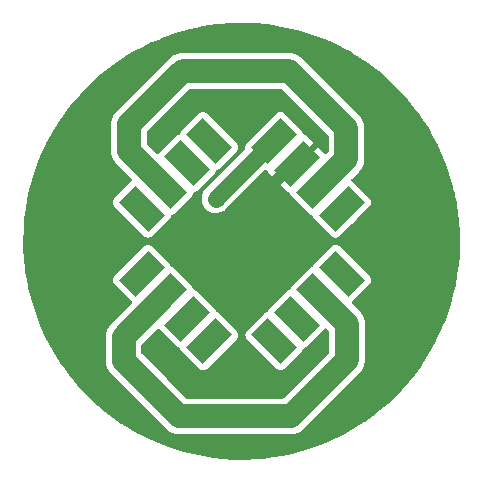
<source format=gbr>
%TF.GenerationSoftware,KiCad,Pcbnew,(6.0.4-0)*%
%TF.CreationDate,2022-06-03T17:21:12+02:00*%
%TF.ProjectId,GlowTower_LED_connector_PCB,476c6f77-546f-4776-9572-5f4c45445f63,rev?*%
%TF.SameCoordinates,Original*%
%TF.FileFunction,Copper,L2,Bot*%
%TF.FilePolarity,Positive*%
%FSLAX46Y46*%
G04 Gerber Fmt 4.6, Leading zero omitted, Abs format (unit mm)*
G04 Created by KiCad (PCBNEW (6.0.4-0)) date 2022-06-03 17:21:12*
%MOMM*%
%LPD*%
G01*
G04 APERTURE LIST*
G04 Aperture macros list*
%AMRotRect*
0 Rectangle, with rotation*
0 The origin of the aperture is its center*
0 $1 length*
0 $2 width*
0 $3 Rotation angle, in degrees counterclockwise*
0 Add horizontal line*
21,1,$1,$2,0,0,$3*%
G04 Aperture macros list end*
%TA.AperFunction,SMDPad,CuDef*%
%ADD10RotRect,2.000000X3.500000X315.000000*%
%TD*%
%TA.AperFunction,SMDPad,CuDef*%
%ADD11RotRect,2.000000X3.500000X135.000000*%
%TD*%
%TA.AperFunction,SMDPad,CuDef*%
%ADD12RotRect,2.000000X3.500000X45.000000*%
%TD*%
%TA.AperFunction,SMDPad,CuDef*%
%ADD13RotRect,2.000000X3.500000X225.000000*%
%TD*%
%TA.AperFunction,ViaPad*%
%ADD14C,0.800000*%
%TD*%
%TA.AperFunction,Conductor*%
%ADD15C,1.000000*%
%TD*%
%TA.AperFunction,Conductor*%
%ADD16C,1.400000*%
%TD*%
%TA.AperFunction,Conductor*%
%ADD17C,2.000000*%
%TD*%
G04 APERTURE END LIST*
D10*
%TO.P,U1,4,BUTTON*%
%TO.N,BUTTON*%
X104350000Y-63700000D03*
%TO.P,U1,3,GND*%
%TO.N,GND*%
X106258670Y-65608669D03*
%TO.P,U1,2,Data*%
%TO.N,Net-(U3-Pad2)*%
X108167339Y-67517338D03*
%TO.P,U1,1,5V*%
%TO.N,unconnected-(U1-Pad1)*%
X110076010Y-69426009D03*
%TD*%
D11*
%TO.P,U2,4,BUTTON*%
%TO.N,unconnected-(U2-Pad4)*%
X98853775Y-80650880D03*
%TO.P,U2,3,GND*%
%TO.N,unconnected-(U2-Pad3)*%
X96945105Y-78742211D03*
%TO.P,U2,2,Data*%
%TO.N,Net-(U4-Pad2)*%
X95036436Y-76833542D03*
%TO.P,U2,1,5V*%
%TO.N,unconnected-(U2-Pad1)*%
X93127765Y-74924871D03*
%TD*%
D12*
%TO.P,U3,1,5V*%
%TO.N,unconnected-(U3-Pad1)*%
X93132662Y-69417339D03*
%TO.P,U3,2,Data*%
%TO.N,Net-(U3-Pad2)*%
X95041331Y-67508669D03*
%TO.P,U3,3,GND*%
%TO.N,unconnected-(U3-Pad3)*%
X96950000Y-65600000D03*
%TO.P,U3,4,BUTTON*%
%TO.N,unconnected-(U3-Pad4)*%
X98858671Y-63691329D03*
%TD*%
D13*
%TO.P,U4,1,5V*%
%TO.N,unconnected-(U4-Pad1)*%
X110090880Y-74926225D03*
%TO.P,U4,2,Data*%
%TO.N,Net-(U4-Pad2)*%
X108182211Y-76834895D03*
%TO.P,U4,3,GND*%
%TO.N,unconnected-(U4-Pad3)*%
X106273542Y-78743564D03*
%TO.P,U4,4,BUTTON*%
%TO.N,unconnected-(U4-Pad4)*%
X104364871Y-80652235D03*
%TD*%
D14*
%TO.N,GND*%
X99240000Y-72350000D03*
%TO.N,BUTTON*%
X99410000Y-68580000D03*
%TD*%
D15*
%TO.N,GND*%
X105981331Y-65608669D02*
X99240000Y-72350000D01*
X106258670Y-65608669D02*
X105981331Y-65608669D01*
D16*
%TO.N,BUTTON*%
X104290000Y-63700000D02*
X99410000Y-68580000D01*
D15*
X104350000Y-63700000D02*
X104290000Y-63700000D01*
D17*
%TO.N,Net-(U3-Pad2)*%
X95041331Y-67508669D02*
X92050000Y-64517338D01*
X96590000Y-57750000D02*
X105600000Y-57750000D01*
X92050000Y-62290000D02*
X96590000Y-57750000D01*
X110470000Y-65214677D02*
X108167339Y-67517338D01*
X105600000Y-57750000D02*
X110470000Y-62620000D01*
X92050000Y-64517338D02*
X92050000Y-62290000D01*
X110470000Y-62620000D02*
X110470000Y-65214677D01*
%TO.N,Net-(U4-Pad2)*%
X94150000Y-84840000D02*
X91600000Y-82290000D01*
X94150000Y-84880000D02*
X94150000Y-84840000D01*
X91600000Y-82290000D02*
X91600000Y-80269978D01*
X91600000Y-80269978D02*
X95036436Y-76833542D01*
%TO.N,unconnected-(U1-Pad1)*%
X110076010Y-69426009D02*
X110076010Y-69473990D01*
%TO.N,Net-(U4-Pad2)*%
X94150000Y-84880000D02*
X96280000Y-87010000D01*
X105760000Y-87010000D02*
X110510000Y-82260000D01*
X110510000Y-82260000D02*
X110510000Y-79162684D01*
X110510000Y-79162684D02*
X108182211Y-76834895D01*
X96280000Y-87010000D02*
X105760000Y-87010000D01*
%TD*%
%TA.AperFunction,Conductor*%
%TO.N,GND*%
G36*
X102113440Y-53703505D02*
G01*
X102119155Y-53703664D01*
X102951434Y-53745825D01*
X102957136Y-53746244D01*
X103565703Y-53804842D01*
X103786625Y-53826114D01*
X103792297Y-53826791D01*
X104617322Y-53944210D01*
X104622958Y-53945143D01*
X105441777Y-54099861D01*
X105447369Y-54101049D01*
X106258374Y-54292762D01*
X106263907Y-54294204D01*
X106867817Y-54466232D01*
X107065326Y-54522494D01*
X107070784Y-54524183D01*
X107861072Y-54788609D01*
X107866432Y-54790539D01*
X108096204Y-54879201D01*
X108643909Y-55090543D01*
X108649194Y-55092722D01*
X109412230Y-55427672D01*
X109417393Y-55430079D01*
X109930807Y-55683824D01*
X110164459Y-55799302D01*
X110169526Y-55801950D01*
X110899094Y-56204693D01*
X110904035Y-56207569D01*
X111614565Y-56642983D01*
X111619370Y-56646080D01*
X112309404Y-57113267D01*
X112314065Y-57116579D01*
X112982232Y-57614616D01*
X112986705Y-57618110D01*
X113210168Y-57801013D01*
X113631582Y-58145937D01*
X113635923Y-58149658D01*
X114256163Y-58706167D01*
X114260331Y-58710080D01*
X114854726Y-59294190D01*
X114858711Y-59298289D01*
X115425956Y-59908718D01*
X115429752Y-59912993D01*
X115968753Y-60548560D01*
X115972351Y-60553004D01*
X116481936Y-61212331D01*
X116485329Y-61216932D01*
X116964510Y-61898738D01*
X116967690Y-61903489D01*
X117415432Y-62606304D01*
X117418394Y-62611195D01*
X117833791Y-63333592D01*
X117836528Y-63338611D01*
X118213668Y-64069304D01*
X118218743Y-64079137D01*
X118221242Y-64084263D01*
X118569472Y-64841367D01*
X118571723Y-64846568D01*
X118742268Y-65266570D01*
X118885253Y-65618701D01*
X118887283Y-65624045D01*
X119099499Y-66223325D01*
X119162037Y-66399924D01*
X119165458Y-66409586D01*
X119167242Y-66415013D01*
X119181381Y-66461551D01*
X119409487Y-67212334D01*
X119411025Y-67217841D01*
X119605451Y-67980604D01*
X119616859Y-68025361D01*
X119618142Y-68030919D01*
X119680204Y-68330606D01*
X119787132Y-68846941D01*
X119788164Y-68852564D01*
X119838015Y-69163791D01*
X119914420Y-69640799D01*
X119919962Y-69675401D01*
X119920736Y-69681052D01*
X120012574Y-70487104D01*
X120015073Y-70509040D01*
X120015590Y-70514717D01*
X120071624Y-71336647D01*
X120072269Y-71346113D01*
X120072528Y-71351804D01*
X120091453Y-72185737D01*
X120091478Y-72189912D01*
X120087682Y-72552484D01*
X120087467Y-72572977D01*
X120087354Y-72577147D01*
X120076052Y-72836019D01*
X120050971Y-73410459D01*
X120050593Y-73416148D01*
X119987976Y-74117759D01*
X119976514Y-74246185D01*
X119975879Y-74251850D01*
X119941213Y-74508247D01*
X119864223Y-75077676D01*
X119863329Y-75083323D01*
X119714325Y-75903239D01*
X119713175Y-75908839D01*
X119527135Y-76721133D01*
X119525732Y-76726676D01*
X119303039Y-77529678D01*
X119301387Y-77535151D01*
X119042483Y-78327272D01*
X119040602Y-78332614D01*
X118787538Y-79002328D01*
X118746029Y-79112178D01*
X118743888Y-79117476D01*
X118428003Y-79850956D01*
X118414270Y-79882843D01*
X118411896Y-79888028D01*
X118164591Y-80397332D01*
X118047895Y-80637658D01*
X118045282Y-80642743D01*
X117647651Y-81375088D01*
X117644810Y-81380049D01*
X117214360Y-82093614D01*
X117211296Y-82098441D01*
X116748944Y-82791708D01*
X116745665Y-82796392D01*
X116252314Y-83468008D01*
X116248826Y-83472537D01*
X115725523Y-84121073D01*
X115721832Y-84125440D01*
X115169667Y-84749550D01*
X115165783Y-84753745D01*
X114585847Y-85352193D01*
X114581783Y-85356200D01*
X114392853Y-85534239D01*
X113975312Y-85927710D01*
X113971063Y-85931536D01*
X113339297Y-86474939D01*
X113334880Y-86478568D01*
X112679098Y-86992767D01*
X112674520Y-86996192D01*
X111996081Y-87480118D01*
X111991352Y-87483331D01*
X111291685Y-87935966D01*
X111286815Y-87938962D01*
X110567333Y-88359393D01*
X110562333Y-88362165D01*
X110348911Y-88474214D01*
X109824491Y-88749541D01*
X109819390Y-88752073D01*
X109583127Y-88862747D01*
X109064745Y-89105575D01*
X109059514Y-89107882D01*
X108289615Y-89426785D01*
X108284285Y-89428852D01*
X107500731Y-89712494D01*
X107495312Y-89714318D01*
X106699679Y-89962130D01*
X106694183Y-89963706D01*
X105888135Y-90175168D01*
X105882574Y-90176493D01*
X105067751Y-90351177D01*
X105062135Y-90352248D01*
X104240223Y-90489788D01*
X104234584Y-90490601D01*
X103945372Y-90525599D01*
X103407295Y-90590713D01*
X103401605Y-90591271D01*
X102570639Y-90653752D01*
X102564930Y-90654052D01*
X102100605Y-90667833D01*
X101731922Y-90678775D01*
X101726225Y-90678814D01*
X101088334Y-90668793D01*
X100893021Y-90665725D01*
X100887308Y-90665506D01*
X100055533Y-90614633D01*
X100049836Y-90614155D01*
X99221206Y-90525599D01*
X99215536Y-90524862D01*
X98831233Y-90466056D01*
X98391784Y-90398811D01*
X98386196Y-90397826D01*
X97977595Y-90316179D01*
X97569014Y-90234536D01*
X97563434Y-90233289D01*
X97163054Y-90134206D01*
X96754482Y-90033094D01*
X96749007Y-90031607D01*
X96213452Y-89872968D01*
X95949994Y-89794928D01*
X95944551Y-89793181D01*
X95157075Y-89520493D01*
X95151716Y-89518500D01*
X94377452Y-89210382D01*
X94372189Y-89208148D01*
X93612680Y-88865217D01*
X93607551Y-88862760D01*
X92864340Y-88485708D01*
X92859346Y-88483029D01*
X92848197Y-88476721D01*
X92134030Y-88072665D01*
X92129140Y-88069749D01*
X91423185Y-87626905D01*
X91418462Y-87623791D01*
X90733322Y-87149377D01*
X90728720Y-87146035D01*
X90065801Y-86641026D01*
X90061333Y-86637459D01*
X89422028Y-86102916D01*
X89417727Y-86099150D01*
X88803351Y-85536178D01*
X88799224Y-85532221D01*
X88211000Y-84941941D01*
X88207058Y-84937801D01*
X87646202Y-84321429D01*
X87642463Y-84317128D01*
X87110153Y-83675958D01*
X87106611Y-83671489D01*
X86952720Y-83468008D01*
X86603927Y-83006822D01*
X86600590Y-83002194D01*
X86595942Y-82995430D01*
X86223585Y-82453647D01*
X86128587Y-82315423D01*
X86125457Y-82310639D01*
X85723681Y-81665159D01*
X85685104Y-81603183D01*
X85682196Y-81598267D01*
X85630833Y-81506738D01*
X85510832Y-81292899D01*
X85274374Y-80871535D01*
X85271690Y-80866487D01*
X84984960Y-80296391D01*
X90086822Y-80296391D01*
X90087316Y-80301426D01*
X90090899Y-80337970D01*
X90091500Y-80350266D01*
X90091500Y-82265984D01*
X90091451Y-82269502D01*
X90088666Y-82369205D01*
X90096716Y-82429532D01*
X90099058Y-82447086D01*
X90099758Y-82453639D01*
X90106060Y-82531965D01*
X90113897Y-82563870D01*
X90116426Y-82577258D01*
X90120771Y-82609820D01*
X90122232Y-82614661D01*
X90122233Y-82614663D01*
X90143478Y-82685029D01*
X90145219Y-82691390D01*
X90163963Y-82767706D01*
X90165941Y-82772366D01*
X90176801Y-82797951D01*
X90181438Y-82810761D01*
X90190933Y-82842208D01*
X90193151Y-82846756D01*
X90193154Y-82846763D01*
X90225371Y-82912818D01*
X90228107Y-82918820D01*
X90258812Y-82991156D01*
X90274123Y-83015468D01*
X90276319Y-83018956D01*
X90282945Y-83030860D01*
X90297346Y-83060388D01*
X90329464Y-83105917D01*
X90342641Y-83124597D01*
X90346301Y-83130086D01*
X90358299Y-83149138D01*
X90388167Y-83196567D01*
X90391508Y-83200356D01*
X90391512Y-83200362D01*
X90409898Y-83221217D01*
X90418344Y-83231912D01*
X90437274Y-83258747D01*
X90439944Y-83261671D01*
X90449986Y-83272668D01*
X90456909Y-83280250D01*
X90496625Y-83319966D01*
X90502044Y-83325736D01*
X90545350Y-83374858D01*
X90545353Y-83374861D01*
X90548698Y-83378655D01*
X90552606Y-83381865D01*
X90552607Y-83381866D01*
X90580989Y-83405179D01*
X90590108Y-83413449D01*
X92885551Y-85708892D01*
X92903076Y-85730844D01*
X92938167Y-85786567D01*
X92941508Y-85790356D01*
X92941512Y-85790362D01*
X92959898Y-85811217D01*
X92968344Y-85821912D01*
X92987274Y-85848747D01*
X93006909Y-85870250D01*
X93046625Y-85909966D01*
X93052044Y-85915736D01*
X93095350Y-85964858D01*
X93095353Y-85964861D01*
X93098698Y-85968655D01*
X93102606Y-85971865D01*
X93102607Y-85971866D01*
X93130989Y-85995179D01*
X93140108Y-86003449D01*
X95196325Y-88059666D01*
X95198779Y-88062188D01*
X95242060Y-88107956D01*
X95267332Y-88134681D01*
X95317093Y-88172726D01*
X95329757Y-88182408D01*
X95334892Y-88186552D01*
X95394720Y-88237470D01*
X95399045Y-88240089D01*
X95399050Y-88240093D01*
X95422824Y-88254491D01*
X95434071Y-88262163D01*
X95460174Y-88282120D01*
X95521255Y-88314871D01*
X95529401Y-88319239D01*
X95535126Y-88322504D01*
X95602358Y-88363221D01*
X95632817Y-88375527D01*
X95645158Y-88381307D01*
X95674109Y-88396831D01*
X95678890Y-88398477D01*
X95678894Y-88398479D01*
X95748401Y-88422412D01*
X95754579Y-88424722D01*
X95768962Y-88430533D01*
X95827429Y-88454155D01*
X95832369Y-88455277D01*
X95832368Y-88455277D01*
X95859460Y-88461432D01*
X95872559Y-88465163D01*
X95903631Y-88475862D01*
X95981100Y-88489243D01*
X95987504Y-88490523D01*
X96064144Y-88507935D01*
X96096953Y-88509999D01*
X96110453Y-88511585D01*
X96142836Y-88517179D01*
X96146793Y-88517359D01*
X96146796Y-88517359D01*
X96170506Y-88518436D01*
X96170525Y-88518436D01*
X96171925Y-88518500D01*
X96228108Y-88518500D01*
X96236019Y-88518749D01*
X96306413Y-88523178D01*
X96347992Y-88519101D01*
X96360288Y-88518500D01*
X105735984Y-88518500D01*
X105739502Y-88518549D01*
X105834150Y-88521193D01*
X105834153Y-88521193D01*
X105839205Y-88521334D01*
X105917098Y-88510941D01*
X105923639Y-88510242D01*
X105952332Y-88507933D01*
X105996923Y-88504346D01*
X105996927Y-88504345D01*
X106001965Y-88503940D01*
X106033878Y-88496101D01*
X106047258Y-88493574D01*
X106079820Y-88489229D01*
X106084661Y-88487768D01*
X106084663Y-88487767D01*
X106155029Y-88466522D01*
X106161392Y-88464781D01*
X106175027Y-88461432D01*
X106237706Y-88446037D01*
X106267952Y-88433199D01*
X106280763Y-88428561D01*
X106307362Y-88420530D01*
X106312208Y-88419067D01*
X106316756Y-88416849D01*
X106316763Y-88416846D01*
X106382818Y-88384629D01*
X106388820Y-88381893D01*
X106441826Y-88359393D01*
X106461156Y-88351188D01*
X106488956Y-88333681D01*
X106500860Y-88327055D01*
X106530388Y-88312654D01*
X106594600Y-88267357D01*
X106600086Y-88263699D01*
X106662286Y-88224529D01*
X106662287Y-88224528D01*
X106666567Y-88221833D01*
X106670356Y-88218492D01*
X106670362Y-88218488D01*
X106691217Y-88200102D01*
X106701912Y-88191656D01*
X106715022Y-88182408D01*
X106728747Y-88172726D01*
X106750250Y-88153091D01*
X106789966Y-88113375D01*
X106795736Y-88107956D01*
X106844858Y-88064650D01*
X106844861Y-88064647D01*
X106848655Y-88061302D01*
X106851871Y-88057387D01*
X106875178Y-88029013D01*
X106883448Y-88019893D01*
X111559701Y-83343640D01*
X111562224Y-83341186D01*
X111631002Y-83276147D01*
X111634681Y-83272668D01*
X111682412Y-83210239D01*
X111686554Y-83205107D01*
X111734187Y-83149138D01*
X111734189Y-83149135D01*
X111737470Y-83145280D01*
X111740090Y-83140954D01*
X111740095Y-83140947D01*
X111754491Y-83117176D01*
X111762163Y-83105929D01*
X111782120Y-83079826D01*
X111819247Y-83010584D01*
X111822510Y-83004863D01*
X111860602Y-82941966D01*
X111860603Y-82941965D01*
X111863220Y-82937643D01*
X111875534Y-82907166D01*
X111881303Y-82894850D01*
X111896831Y-82865891D01*
X111922423Y-82791567D01*
X111924718Y-82785429D01*
X111952258Y-82717267D01*
X111952259Y-82717263D01*
X111954155Y-82712571D01*
X111961432Y-82680539D01*
X111965163Y-82667441D01*
X111975862Y-82636369D01*
X111989243Y-82558900D01*
X111990526Y-82552482D01*
X111995188Y-82531965D01*
X112007935Y-82475856D01*
X112009999Y-82443047D01*
X112011585Y-82429547D01*
X112017179Y-82397164D01*
X112018500Y-82368075D01*
X112018500Y-82311893D01*
X112018749Y-82303981D01*
X112022860Y-82238642D01*
X112023178Y-82233588D01*
X112019101Y-82192009D01*
X112018500Y-82179713D01*
X112018500Y-79186700D01*
X112018549Y-79183182D01*
X112021193Y-79088534D01*
X112021193Y-79088531D01*
X112021334Y-79083479D01*
X112010941Y-79005586D01*
X112010241Y-78999037D01*
X112004346Y-78925761D01*
X112004345Y-78925757D01*
X112003940Y-78920719D01*
X111996101Y-78888806D01*
X111993573Y-78875422D01*
X111989898Y-78847878D01*
X111989229Y-78842864D01*
X111966522Y-78767655D01*
X111964781Y-78761292D01*
X111947244Y-78689893D01*
X111946037Y-78684978D01*
X111933199Y-78654732D01*
X111928561Y-78641921D01*
X111920530Y-78615322D01*
X111919067Y-78610476D01*
X111916849Y-78605928D01*
X111916846Y-78605921D01*
X111884629Y-78539866D01*
X111881893Y-78533864D01*
X111853162Y-78466179D01*
X111851188Y-78461528D01*
X111833681Y-78433728D01*
X111827052Y-78421818D01*
X111812654Y-78392296D01*
X111767357Y-78328084D01*
X111763699Y-78322598D01*
X111724529Y-78260398D01*
X111724528Y-78260397D01*
X111721833Y-78256117D01*
X111718492Y-78252328D01*
X111718488Y-78252322D01*
X111700102Y-78231467D01*
X111691656Y-78220772D01*
X111688975Y-78216972D01*
X111672726Y-78193937D01*
X111653091Y-78172434D01*
X111613375Y-78132718D01*
X111607956Y-78126948D01*
X111564650Y-78077826D01*
X111564647Y-78077823D01*
X111561302Y-78074029D01*
X111529011Y-78047505D01*
X111519892Y-78039235D01*
X110934223Y-77453566D01*
X110900197Y-77391254D01*
X110905262Y-77320439D01*
X110942104Y-77269409D01*
X110941542Y-77268782D01*
X110944076Y-77266508D01*
X110946738Y-77264368D01*
X112429023Y-75782083D01*
X112442479Y-75765347D01*
X112463267Y-75739493D01*
X112463269Y-75739490D01*
X112468216Y-75733337D01*
X112528503Y-75600741D01*
X112529970Y-75590501D01*
X112547879Y-75465444D01*
X112549152Y-75456555D01*
X112532180Y-75338041D01*
X112529776Y-75321255D01*
X112529775Y-75321252D01*
X112528503Y-75312369D01*
X112468216Y-75179773D01*
X112463269Y-75173620D01*
X112463267Y-75173617D01*
X112431163Y-75133689D01*
X112429023Y-75131027D01*
X109886078Y-72588082D01*
X109867291Y-72572977D01*
X109843488Y-72553838D01*
X109843485Y-72553836D01*
X109837332Y-72548889D01*
X109704736Y-72488602D01*
X109695853Y-72487330D01*
X109695850Y-72487329D01*
X109569439Y-72469226D01*
X109560550Y-72467953D01*
X109551661Y-72469226D01*
X109425250Y-72487329D01*
X109425247Y-72487330D01*
X109416364Y-72488602D01*
X109283768Y-72548889D01*
X109277615Y-72553836D01*
X109277612Y-72553838D01*
X109253809Y-72572977D01*
X109235022Y-72588082D01*
X107752737Y-74070367D01*
X107750597Y-74073029D01*
X107718493Y-74112957D01*
X107718491Y-74112960D01*
X107713544Y-74119113D01*
X107653257Y-74251709D01*
X107651985Y-74260594D01*
X107651984Y-74260596D01*
X107648409Y-74285560D01*
X107618952Y-74350157D01*
X107559247Y-74388574D01*
X107541545Y-74392424D01*
X107516582Y-74395999D01*
X107516580Y-74396000D01*
X107507695Y-74397272D01*
X107375099Y-74457559D01*
X107368946Y-74462506D01*
X107368943Y-74462508D01*
X107343089Y-74483296D01*
X107326353Y-74496752D01*
X105844068Y-75979037D01*
X105841928Y-75981699D01*
X105809824Y-76021627D01*
X105809822Y-76021630D01*
X105804875Y-76027783D01*
X105744588Y-76160379D01*
X105743316Y-76169264D01*
X105743315Y-76169266D01*
X105739740Y-76194229D01*
X105710283Y-76258826D01*
X105650577Y-76297243D01*
X105632876Y-76301093D01*
X105607913Y-76304668D01*
X105607911Y-76304669D01*
X105599026Y-76305941D01*
X105466430Y-76366228D01*
X105460277Y-76371175D01*
X105460274Y-76371177D01*
X105434420Y-76391965D01*
X105417684Y-76405421D01*
X103935399Y-77887706D01*
X103933259Y-77890368D01*
X103901155Y-77930296D01*
X103901153Y-77930299D01*
X103896206Y-77936452D01*
X103892938Y-77943640D01*
X103842031Y-78055606D01*
X103835919Y-78069048D01*
X103834647Y-78077933D01*
X103831071Y-78102900D01*
X103801614Y-78167497D01*
X103741909Y-78205914D01*
X103724207Y-78209764D01*
X103690355Y-78214612D01*
X103682187Y-78218326D01*
X103682186Y-78218326D01*
X103664525Y-78226356D01*
X103557759Y-78274899D01*
X103551606Y-78279846D01*
X103551603Y-78279848D01*
X103525749Y-78300636D01*
X103509013Y-78314092D01*
X102026728Y-79796377D01*
X102024588Y-79799039D01*
X101992484Y-79838967D01*
X101992482Y-79838970D01*
X101987535Y-79845123D01*
X101927248Y-79977719D01*
X101906599Y-80121905D01*
X101927248Y-80266091D01*
X101930962Y-80274259D01*
X101930962Y-80274260D01*
X101941024Y-80296391D01*
X101987535Y-80398687D01*
X101992482Y-80404840D01*
X101992484Y-80404843D01*
X102013272Y-80430697D01*
X102026728Y-80447433D01*
X104569673Y-82990378D01*
X104584369Y-83002194D01*
X104612263Y-83024622D01*
X104612266Y-83024624D01*
X104618419Y-83029571D01*
X104625607Y-83032839D01*
X104737777Y-83083839D01*
X104751015Y-83089858D01*
X104759898Y-83091130D01*
X104759901Y-83091131D01*
X104886312Y-83109234D01*
X104895201Y-83110507D01*
X104904090Y-83109234D01*
X105030501Y-83091131D01*
X105030504Y-83091130D01*
X105039387Y-83089858D01*
X105052626Y-83083839D01*
X105164795Y-83032839D01*
X105171983Y-83029571D01*
X105178136Y-83024624D01*
X105178139Y-83024622D01*
X105206033Y-83002194D01*
X105220729Y-82990378D01*
X106703014Y-81508093D01*
X106716470Y-81491357D01*
X106737258Y-81465503D01*
X106737260Y-81465500D01*
X106742207Y-81459347D01*
X106802494Y-81326751D01*
X106807342Y-81292899D01*
X106836799Y-81228302D01*
X106896504Y-81189885D01*
X106914206Y-81186035D01*
X106948058Y-81181187D01*
X107080654Y-81120900D01*
X107086807Y-81115953D01*
X107086810Y-81115951D01*
X107126738Y-81083847D01*
X107129400Y-81081707D01*
X108611685Y-79599422D01*
X108613825Y-79596760D01*
X108616099Y-79594226D01*
X108616773Y-79594830D01*
X108671885Y-79556488D01*
X108742834Y-79553888D01*
X108800883Y-79586908D01*
X108964595Y-79750620D01*
X108998621Y-79812932D01*
X109001500Y-79839715D01*
X109001500Y-81582969D01*
X108981498Y-81651090D01*
X108964595Y-81672064D01*
X105172064Y-85464595D01*
X105109752Y-85498621D01*
X105082969Y-85501500D01*
X96957031Y-85501500D01*
X96888910Y-85481498D01*
X96867936Y-85464595D01*
X95414449Y-84011108D01*
X95396924Y-83989156D01*
X95364525Y-83937708D01*
X95361833Y-83933433D01*
X95358492Y-83929644D01*
X95358488Y-83929638D01*
X95340102Y-83908783D01*
X95331656Y-83898088D01*
X95315009Y-83874490D01*
X95312726Y-83871253D01*
X95293091Y-83849750D01*
X95253375Y-83810034D01*
X95247956Y-83804264D01*
X95204650Y-83755142D01*
X95204647Y-83755139D01*
X95201302Y-83751345D01*
X95169011Y-83724821D01*
X95159892Y-83716551D01*
X93145405Y-81702064D01*
X93111379Y-81639752D01*
X93108500Y-81612969D01*
X93108500Y-80947009D01*
X93128502Y-80878888D01*
X93145405Y-80857914D01*
X94417765Y-79585555D01*
X94480077Y-79551529D01*
X94550893Y-79556594D01*
X94601920Y-79593437D01*
X94602548Y-79592873D01*
X94604822Y-79595407D01*
X94606962Y-79598069D01*
X96089247Y-81080354D01*
X96105983Y-81093810D01*
X96131837Y-81114598D01*
X96131840Y-81114600D01*
X96137993Y-81119547D01*
X96270589Y-81179834D01*
X96279474Y-81181106D01*
X96279476Y-81181107D01*
X96304440Y-81184682D01*
X96369037Y-81214139D01*
X96407454Y-81273844D01*
X96411304Y-81291546D01*
X96416152Y-81325396D01*
X96476439Y-81457992D01*
X96481386Y-81464145D01*
X96481388Y-81464148D01*
X96502176Y-81490002D01*
X96515632Y-81506738D01*
X97997917Y-82989023D01*
X98000579Y-82991163D01*
X98040507Y-83023267D01*
X98040510Y-83023269D01*
X98046663Y-83028216D01*
X98053851Y-83031484D01*
X98160175Y-83079826D01*
X98179259Y-83088503D01*
X98188142Y-83089775D01*
X98188145Y-83089776D01*
X98314556Y-83107879D01*
X98323445Y-83109152D01*
X98332334Y-83107879D01*
X98458745Y-83089776D01*
X98458748Y-83089775D01*
X98467631Y-83088503D01*
X98486716Y-83079826D01*
X98593039Y-83031484D01*
X98600227Y-83028216D01*
X98606380Y-83023269D01*
X98606383Y-83023267D01*
X98646311Y-82991163D01*
X98648973Y-82989023D01*
X101191918Y-80446078D01*
X101205374Y-80429342D01*
X101226162Y-80403488D01*
X101226164Y-80403485D01*
X101231111Y-80397332D01*
X101277006Y-80296391D01*
X101287684Y-80272905D01*
X101287684Y-80272904D01*
X101291398Y-80264736D01*
X101312047Y-80120550D01*
X101291398Y-79976364D01*
X101231111Y-79843768D01*
X101226164Y-79837615D01*
X101226162Y-79837612D01*
X101205374Y-79811758D01*
X101191918Y-79795022D01*
X99709633Y-78312737D01*
X99668728Y-78279848D01*
X99667043Y-78278493D01*
X99667040Y-78278491D01*
X99660887Y-78273544D01*
X99528291Y-78213257D01*
X99519406Y-78211985D01*
X99519404Y-78211984D01*
X99494440Y-78208409D01*
X99429843Y-78178952D01*
X99391426Y-78119247D01*
X99387576Y-78101545D01*
X99384001Y-78076582D01*
X99384000Y-78076580D01*
X99382728Y-78067695D01*
X99322441Y-77935099D01*
X99317494Y-77928946D01*
X99317492Y-77928943D01*
X99285388Y-77889015D01*
X99283248Y-77886353D01*
X97800963Y-76404068D01*
X97784227Y-76390612D01*
X97758373Y-76369824D01*
X97758370Y-76369822D01*
X97752217Y-76364875D01*
X97619621Y-76304588D01*
X97610736Y-76303316D01*
X97610734Y-76303315D01*
X97585771Y-76299740D01*
X97521174Y-76270283D01*
X97482757Y-76210577D01*
X97478907Y-76192876D01*
X97475332Y-76167913D01*
X97475331Y-76167911D01*
X97474059Y-76159026D01*
X97413772Y-76026430D01*
X97408825Y-76020277D01*
X97408823Y-76020274D01*
X97376719Y-75980346D01*
X97374579Y-75977684D01*
X95892294Y-74495399D01*
X95875558Y-74481943D01*
X95849704Y-74461155D01*
X95849701Y-74461153D01*
X95843548Y-74456206D01*
X95710952Y-74395919D01*
X95677100Y-74391071D01*
X95612503Y-74361614D01*
X95574086Y-74301909D01*
X95570236Y-74284207D01*
X95565388Y-74250355D01*
X95505101Y-74117759D01*
X95500154Y-74111606D01*
X95500152Y-74111603D01*
X95468048Y-74071675D01*
X95465908Y-74069013D01*
X93983623Y-72586728D01*
X93966520Y-72572977D01*
X93941033Y-72552484D01*
X93941030Y-72552482D01*
X93934877Y-72547535D01*
X93802281Y-72487248D01*
X93793398Y-72485976D01*
X93793395Y-72485975D01*
X93666984Y-72467872D01*
X93658095Y-72466599D01*
X93649206Y-72467872D01*
X93522795Y-72485975D01*
X93522792Y-72485976D01*
X93513909Y-72487248D01*
X93381313Y-72547535D01*
X93375160Y-72552482D01*
X93375157Y-72552484D01*
X93349670Y-72572977D01*
X93332567Y-72586728D01*
X90789622Y-75129673D01*
X90787482Y-75132335D01*
X90755378Y-75172263D01*
X90755376Y-75172266D01*
X90750429Y-75178419D01*
X90690142Y-75311015D01*
X90688870Y-75319898D01*
X90688869Y-75319901D01*
X90670766Y-75446312D01*
X90669493Y-75455201D01*
X90670766Y-75464090D01*
X90686833Y-75576279D01*
X90690142Y-75599387D01*
X90750429Y-75731983D01*
X90755376Y-75738136D01*
X90755378Y-75738139D01*
X90756467Y-75739493D01*
X90789622Y-75780729D01*
X92271907Y-77263014D01*
X92274569Y-77265154D01*
X92277103Y-77267428D01*
X92276492Y-77268109D01*
X92314829Y-77323172D01*
X92317456Y-77394120D01*
X92284424Y-77452213D01*
X90550334Y-79186303D01*
X90547812Y-79188757D01*
X90475319Y-79257310D01*
X90472252Y-79261322D01*
X90427592Y-79319735D01*
X90423448Y-79324870D01*
X90372530Y-79384698D01*
X90369911Y-79389023D01*
X90369907Y-79389028D01*
X90355509Y-79412802D01*
X90347837Y-79424049D01*
X90327880Y-79450152D01*
X90325490Y-79454610D01*
X90325489Y-79454611D01*
X90290761Y-79519379D01*
X90287496Y-79525104D01*
X90246779Y-79592336D01*
X90244884Y-79597027D01*
X90234473Y-79622795D01*
X90228693Y-79635136D01*
X90213169Y-79664087D01*
X90211523Y-79668868D01*
X90211521Y-79668872D01*
X90187588Y-79738379D01*
X90185278Y-79744557D01*
X90167918Y-79787525D01*
X90155845Y-79817407D01*
X90154723Y-79822346D01*
X90148568Y-79849438D01*
X90144837Y-79862537D01*
X90134138Y-79893609D01*
X90120757Y-79971078D01*
X90119477Y-79977482D01*
X90102065Y-80054122D01*
X90100001Y-80086931D01*
X90098415Y-80100431D01*
X90092821Y-80132814D01*
X90091500Y-80161903D01*
X90091500Y-80218086D01*
X90091251Y-80225997D01*
X90086822Y-80296391D01*
X84984960Y-80296391D01*
X84897259Y-80122017D01*
X84894807Y-80116853D01*
X84797173Y-79898589D01*
X84554535Y-79356163D01*
X84552322Y-79350899D01*
X84514089Y-79253840D01*
X84246901Y-78575545D01*
X84244930Y-78570187D01*
X83974996Y-77781771D01*
X83973268Y-77776322D01*
X83739388Y-76976514D01*
X83737908Y-76970992D01*
X83540544Y-76161372D01*
X83539316Y-76155788D01*
X83378880Y-75338041D01*
X83377907Y-75332407D01*
X83254735Y-74508247D01*
X83254018Y-74502575D01*
X83253277Y-74495399D01*
X83168356Y-73673641D01*
X83167898Y-73667942D01*
X83119930Y-72836019D01*
X83119730Y-72830305D01*
X83116784Y-72589144D01*
X83109549Y-71997027D01*
X83109609Y-71991310D01*
X83130917Y-71348980D01*
X83137238Y-71158442D01*
X83137557Y-71152739D01*
X83177126Y-70649968D01*
X83202939Y-70321968D01*
X83203517Y-70316284D01*
X83208136Y-70279205D01*
X83306517Y-69489358D01*
X83307352Y-69483702D01*
X83447760Y-68662280D01*
X83448851Y-68656668D01*
X83626377Y-67842461D01*
X83627722Y-67836904D01*
X83841994Y-67031609D01*
X83843589Y-67026119D01*
X84094173Y-66231369D01*
X84096015Y-66225957D01*
X84382398Y-65443377D01*
X84384484Y-65438054D01*
X84390403Y-65423905D01*
X84706077Y-64669262D01*
X84708401Y-64664043D01*
X85064518Y-63910674D01*
X85067078Y-63905562D01*
X85457030Y-63169070D01*
X85459819Y-63164079D01*
X85882751Y-62446082D01*
X85885764Y-62441223D01*
X85967127Y-62316413D01*
X90536822Y-62316413D01*
X90537316Y-62321448D01*
X90540899Y-62357992D01*
X90541500Y-62370288D01*
X90541500Y-64493322D01*
X90541451Y-64496840D01*
X90538666Y-64596543D01*
X90548370Y-64669266D01*
X90549058Y-64674424D01*
X90549759Y-64680985D01*
X90555210Y-64748734D01*
X90556060Y-64759303D01*
X90563897Y-64791208D01*
X90566426Y-64804596D01*
X90570771Y-64837158D01*
X90572232Y-64841999D01*
X90572233Y-64842001D01*
X90593478Y-64912367D01*
X90595219Y-64918728D01*
X90613963Y-64995044D01*
X90615941Y-64999704D01*
X90626801Y-65025289D01*
X90631438Y-65038099D01*
X90640933Y-65069546D01*
X90643151Y-65074094D01*
X90643154Y-65074101D01*
X90675371Y-65140156D01*
X90678107Y-65146158D01*
X90693843Y-65183230D01*
X90708812Y-65218494D01*
X90711504Y-65222768D01*
X90726319Y-65246294D01*
X90732945Y-65258198D01*
X90747346Y-65287726D01*
X90750265Y-65291863D01*
X90750265Y-65291864D01*
X90792641Y-65351935D01*
X90796301Y-65357424D01*
X90835471Y-65419624D01*
X90838167Y-65423905D01*
X90841508Y-65427694D01*
X90841512Y-65427700D01*
X90859898Y-65448555D01*
X90868344Y-65459250D01*
X90887274Y-65486085D01*
X90906909Y-65507588D01*
X90946625Y-65547304D01*
X90952044Y-65553074D01*
X90995350Y-65602196D01*
X90995353Y-65602199D01*
X90998698Y-65605993D01*
X91002606Y-65609203D01*
X91002607Y-65609204D01*
X91030989Y-65632517D01*
X91040108Y-65640787D01*
X92289319Y-66889998D01*
X92323345Y-66952310D01*
X92318280Y-67023125D01*
X92281438Y-67074155D01*
X92282000Y-67074782D01*
X92279466Y-67077056D01*
X92276804Y-67079196D01*
X90794519Y-68561481D01*
X90792379Y-68564143D01*
X90760275Y-68604071D01*
X90760273Y-68604074D01*
X90755326Y-68610227D01*
X90752058Y-68617415D01*
X90708900Y-68712338D01*
X90695039Y-68742823D01*
X90693767Y-68751706D01*
X90693766Y-68751709D01*
X90686945Y-68799341D01*
X90674390Y-68887009D01*
X90695039Y-69031195D01*
X90755326Y-69163791D01*
X90760273Y-69169944D01*
X90760275Y-69169947D01*
X90767246Y-69178617D01*
X90794519Y-69212537D01*
X93337464Y-71755482D01*
X93348247Y-71764152D01*
X93380054Y-71789726D01*
X93380057Y-71789728D01*
X93386210Y-71794675D01*
X93518806Y-71854962D01*
X93527689Y-71856234D01*
X93527692Y-71856235D01*
X93654103Y-71874338D01*
X93662992Y-71875611D01*
X93671881Y-71874338D01*
X93798292Y-71856235D01*
X93798295Y-71856234D01*
X93807178Y-71854962D01*
X93939774Y-71794675D01*
X93945927Y-71789728D01*
X93945930Y-71789726D01*
X93977737Y-71764152D01*
X93988520Y-71755482D01*
X95470805Y-70273197D01*
X95498078Y-70239277D01*
X95505049Y-70230607D01*
X95505051Y-70230604D01*
X95509998Y-70224451D01*
X95570285Y-70091855D01*
X95573892Y-70066673D01*
X95575133Y-70058004D01*
X95604590Y-69993407D01*
X95664295Y-69954990D01*
X95681997Y-69951140D01*
X95706960Y-69947565D01*
X95706962Y-69947564D01*
X95715847Y-69946292D01*
X95848443Y-69886005D01*
X95854596Y-69881058D01*
X95854599Y-69881056D01*
X95894527Y-69848952D01*
X95897189Y-69846812D01*
X97252867Y-68491134D01*
X98199874Y-68491134D01*
X98203262Y-68706833D01*
X98244794Y-68918523D01*
X98323157Y-69119514D01*
X98435873Y-69303450D01*
X98439608Y-69307642D01*
X98439611Y-69307646D01*
X98575646Y-69460327D01*
X98579381Y-69464519D01*
X98749143Y-69597631D01*
X98754106Y-69600259D01*
X98754108Y-69600260D01*
X98934832Y-69695947D01*
X98939794Y-69698574D01*
X99145308Y-69764163D01*
X99150865Y-69764895D01*
X99150867Y-69764895D01*
X99252249Y-69778242D01*
X99359189Y-69792320D01*
X99364788Y-69792056D01*
X99364790Y-69792056D01*
X99451730Y-69787956D01*
X99574675Y-69782158D01*
X99784957Y-69733998D01*
X99790118Y-69731797D01*
X99790123Y-69731795D01*
X99978219Y-69651564D01*
X99978220Y-69651564D01*
X99983386Y-69649360D01*
X99988073Y-69646281D01*
X99988079Y-69646278D01*
X100081686Y-69584790D01*
X100163692Y-69530922D01*
X100167130Y-69527859D01*
X100167135Y-69527855D01*
X100203272Y-69495657D01*
X100204629Y-69494448D01*
X103535484Y-66163593D01*
X103597796Y-66129567D01*
X103659942Y-66131752D01*
X103667310Y-66133906D01*
X103675484Y-66137623D01*
X103684373Y-66138896D01*
X103709851Y-66142545D01*
X103774448Y-66172002D01*
X103812865Y-66231707D01*
X103816715Y-66249409D01*
X103820260Y-66274159D01*
X103825246Y-66291213D01*
X103878492Y-66408322D01*
X103886709Y-66421666D01*
X103918778Y-66461551D01*
X103923317Y-66466610D01*
X104469610Y-67012902D01*
X104483548Y-67020513D01*
X104485384Y-67020381D01*
X104491996Y-67016132D01*
X106258670Y-65249459D01*
X107662901Y-63845227D01*
X107670513Y-63831286D01*
X107670382Y-63829451D01*
X107666131Y-63822837D01*
X107116626Y-63273332D01*
X107111544Y-63268771D01*
X107071670Y-63236711D01*
X107058317Y-63228488D01*
X106941214Y-63175245D01*
X106924160Y-63170259D01*
X106899409Y-63166714D01*
X106834812Y-63137257D01*
X106796396Y-63077552D01*
X106792544Y-63059848D01*
X106788895Y-63034366D01*
X106787623Y-63025484D01*
X106779967Y-63008644D01*
X106730604Y-62900076D01*
X106727336Y-62892888D01*
X106722389Y-62886735D01*
X106722387Y-62886732D01*
X106690283Y-62846804D01*
X106688143Y-62844142D01*
X105205858Y-61361857D01*
X105181626Y-61342374D01*
X105163268Y-61327613D01*
X105163265Y-61327611D01*
X105157112Y-61322664D01*
X105057408Y-61277332D01*
X105032685Y-61266091D01*
X105032684Y-61266091D01*
X105024516Y-61262377D01*
X105015633Y-61261105D01*
X105015630Y-61261104D01*
X104889219Y-61243001D01*
X104880330Y-61241728D01*
X104871441Y-61243001D01*
X104745030Y-61261104D01*
X104745027Y-61261105D01*
X104736144Y-61262377D01*
X104727976Y-61266091D01*
X104727975Y-61266091D01*
X104703252Y-61277332D01*
X104603548Y-61322664D01*
X104597395Y-61327611D01*
X104597392Y-61327613D01*
X104579034Y-61342374D01*
X104554802Y-61361857D01*
X102011857Y-63904802D01*
X102009717Y-63907464D01*
X101977613Y-63947392D01*
X101977611Y-63947395D01*
X101972664Y-63953548D01*
X101969396Y-63960736D01*
X101920034Y-64069304D01*
X101912377Y-64086144D01*
X101891728Y-64230330D01*
X101902695Y-64306907D01*
X101892551Y-64377172D01*
X101867062Y-64413861D01*
X98516758Y-67764165D01*
X98413630Y-67887505D01*
X98306747Y-68074891D01*
X98304878Y-68080168D01*
X98304876Y-68080173D01*
X98265328Y-68191854D01*
X98234736Y-68278244D01*
X98199874Y-68491134D01*
X97252867Y-68491134D01*
X97379474Y-68364527D01*
X97392930Y-68347791D01*
X97413718Y-68321937D01*
X97413720Y-68321934D01*
X97418667Y-68315781D01*
X97471298Y-68200023D01*
X97475239Y-68191356D01*
X97475239Y-68191355D01*
X97478954Y-68183185D01*
X97483802Y-68149335D01*
X97513259Y-68084738D01*
X97572965Y-68046321D01*
X97590666Y-68042471D01*
X97615629Y-68038896D01*
X97615631Y-68038895D01*
X97624516Y-68037623D01*
X97645400Y-68028128D01*
X97731788Y-67988850D01*
X97757112Y-67977336D01*
X97763265Y-67972389D01*
X97763268Y-67972387D01*
X97803196Y-67940283D01*
X97805858Y-67938143D01*
X99288143Y-66455858D01*
X99301599Y-66439122D01*
X99322387Y-66413268D01*
X99322389Y-66413265D01*
X99327336Y-66407112D01*
X99377917Y-66295863D01*
X99383909Y-66282685D01*
X99383909Y-66282684D01*
X99387623Y-66274516D01*
X99392471Y-66240664D01*
X99421928Y-66176067D01*
X99481633Y-66137650D01*
X99499335Y-66133800D01*
X99533187Y-66128952D01*
X99665783Y-66068665D01*
X99671936Y-66063718D01*
X99671939Y-66063716D01*
X99697793Y-66042928D01*
X99714529Y-66029472D01*
X101196814Y-64547187D01*
X101210270Y-64530451D01*
X101231058Y-64504597D01*
X101231060Y-64504594D01*
X101236007Y-64498441D01*
X101296294Y-64365845D01*
X101316943Y-64221659D01*
X101315670Y-64212770D01*
X101297567Y-64086359D01*
X101297566Y-64086356D01*
X101296294Y-64077473D01*
X101236007Y-63944877D01*
X101231060Y-63938724D01*
X101231058Y-63938721D01*
X101198954Y-63898793D01*
X101196814Y-63896131D01*
X98653869Y-61353186D01*
X98622063Y-61327613D01*
X98611279Y-61318942D01*
X98611276Y-61318940D01*
X98605123Y-61313993D01*
X98524490Y-61277332D01*
X98480696Y-61257420D01*
X98480695Y-61257420D01*
X98472527Y-61253706D01*
X98463644Y-61252434D01*
X98463641Y-61252433D01*
X98337230Y-61234330D01*
X98328341Y-61233057D01*
X98319452Y-61234330D01*
X98193041Y-61252433D01*
X98193038Y-61252434D01*
X98184155Y-61253706D01*
X98175987Y-61257420D01*
X98175986Y-61257420D01*
X98132192Y-61277332D01*
X98051559Y-61313993D01*
X98045406Y-61318940D01*
X98045403Y-61318942D01*
X98034619Y-61327613D01*
X98002813Y-61353186D01*
X96520528Y-62835471D01*
X96518388Y-62838133D01*
X96486284Y-62878061D01*
X96486282Y-62878064D01*
X96481335Y-62884217D01*
X96421048Y-63016813D01*
X96419776Y-63025698D01*
X96416200Y-63050665D01*
X96386743Y-63115262D01*
X96327038Y-63153679D01*
X96309336Y-63157529D01*
X96275484Y-63162377D01*
X96267316Y-63166091D01*
X96267315Y-63166091D01*
X96258148Y-63170259D01*
X96142888Y-63222664D01*
X96136735Y-63227611D01*
X96136732Y-63227613D01*
X96110878Y-63248401D01*
X96094142Y-63261857D01*
X94611857Y-64744142D01*
X94609717Y-64746804D01*
X94607443Y-64749338D01*
X94606769Y-64748734D01*
X94551657Y-64787076D01*
X94480708Y-64789676D01*
X94422659Y-64756656D01*
X93595405Y-63929402D01*
X93561379Y-63867090D01*
X93558500Y-63840307D01*
X93558500Y-62967031D01*
X93578502Y-62898910D01*
X93595405Y-62877936D01*
X97177936Y-59295405D01*
X97240248Y-59261379D01*
X97267031Y-59258500D01*
X104922969Y-59258500D01*
X104991090Y-59278502D01*
X105012064Y-59295405D01*
X108924595Y-63207936D01*
X108958621Y-63270248D01*
X108961500Y-63297031D01*
X108961500Y-64537646D01*
X108941498Y-64605767D01*
X108924595Y-64626741D01*
X108785654Y-64765682D01*
X108723342Y-64799708D01*
X108652527Y-64794643D01*
X108601451Y-64757774D01*
X108600838Y-64758324D01*
X108594023Y-64750728D01*
X108047730Y-64204436D01*
X108033792Y-64196825D01*
X108031956Y-64196957D01*
X108025344Y-64201206D01*
X106258670Y-65967879D01*
X104854439Y-67372111D01*
X104846827Y-67386052D01*
X104846958Y-67387887D01*
X104851209Y-67394501D01*
X105400714Y-67944006D01*
X105405796Y-67948567D01*
X105445670Y-67980627D01*
X105459023Y-67988850D01*
X105576126Y-68042093D01*
X105593180Y-68047079D01*
X105617930Y-68050624D01*
X105682527Y-68080081D01*
X105720944Y-68139786D01*
X105724794Y-68157486D01*
X105729716Y-68191854D01*
X105790003Y-68324450D01*
X105794950Y-68330603D01*
X105794952Y-68330606D01*
X105815740Y-68356460D01*
X105829196Y-68373196D01*
X107311481Y-69855481D01*
X107314143Y-69857621D01*
X107354071Y-69889725D01*
X107354074Y-69889727D01*
X107360227Y-69894674D01*
X107492823Y-69954961D01*
X107526675Y-69959809D01*
X107591272Y-69989266D01*
X107629689Y-70048971D01*
X107633539Y-70066673D01*
X107638387Y-70100525D01*
X107698674Y-70233121D01*
X107703621Y-70239274D01*
X107703623Y-70239277D01*
X107724411Y-70265131D01*
X107737867Y-70281867D01*
X109220152Y-71764152D01*
X109222814Y-71766292D01*
X109262742Y-71798396D01*
X109262745Y-71798398D01*
X109268898Y-71803345D01*
X109401494Y-71863632D01*
X109410377Y-71864904D01*
X109410380Y-71864905D01*
X109536791Y-71883008D01*
X109545680Y-71884281D01*
X109554569Y-71883008D01*
X109680980Y-71864905D01*
X109680983Y-71864904D01*
X109689866Y-71863632D01*
X109822462Y-71803345D01*
X109828615Y-71798398D01*
X109828618Y-71798396D01*
X109868546Y-71766292D01*
X109871208Y-71764152D01*
X110883546Y-70751814D01*
X110901818Y-70736697D01*
X111020129Y-70656292D01*
X111024317Y-70653446D01*
X111200691Y-70486658D01*
X111326603Y-70321972D01*
X111345056Y-70297837D01*
X111345058Y-70297835D01*
X111348130Y-70293816D01*
X111350521Y-70289357D01*
X111351418Y-70287965D01*
X111368233Y-70267127D01*
X112414153Y-69221207D01*
X112427609Y-69204471D01*
X112448397Y-69178617D01*
X112448399Y-69178614D01*
X112453346Y-69172461D01*
X112513633Y-69039865D01*
X112516148Y-69022309D01*
X112533009Y-68904568D01*
X112534282Y-68895679D01*
X112531767Y-68878120D01*
X112514906Y-68760379D01*
X112514905Y-68760376D01*
X112513633Y-68751493D01*
X112453346Y-68618897D01*
X112448399Y-68612744D01*
X112448397Y-68612741D01*
X112416293Y-68572813D01*
X112414153Y-68570151D01*
X110931868Y-67087866D01*
X110929206Y-67085726D01*
X110926672Y-67083452D01*
X110927279Y-67082776D01*
X110888939Y-67027684D01*
X110886327Y-66956735D01*
X110919352Y-66898666D01*
X111519703Y-66298316D01*
X111522225Y-66295863D01*
X111545176Y-66274159D01*
X111594681Y-66227345D01*
X111642412Y-66164916D01*
X111646554Y-66159784D01*
X111694187Y-66103815D01*
X111694189Y-66103812D01*
X111697470Y-66099957D01*
X111700090Y-66095631D01*
X111700095Y-66095624D01*
X111714491Y-66071853D01*
X111722163Y-66060606D01*
X111742120Y-66034503D01*
X111779247Y-65965261D01*
X111782510Y-65959540D01*
X111820602Y-65896643D01*
X111820603Y-65896642D01*
X111823220Y-65892320D01*
X111835534Y-65861843D01*
X111841303Y-65849527D01*
X111856831Y-65820568D01*
X111882423Y-65746244D01*
X111884718Y-65740106D01*
X111912258Y-65671944D01*
X111912259Y-65671940D01*
X111914155Y-65667248D01*
X111921432Y-65635216D01*
X111925163Y-65622118D01*
X111935862Y-65591046D01*
X111949243Y-65513577D01*
X111950526Y-65507159D01*
X111956050Y-65482848D01*
X111967935Y-65430533D01*
X111969999Y-65397724D01*
X111971585Y-65384224D01*
X111977179Y-65351841D01*
X111978500Y-65322752D01*
X111978500Y-65266570D01*
X111978749Y-65258658D01*
X111982860Y-65193319D01*
X111983178Y-65188265D01*
X111979101Y-65146686D01*
X111978500Y-65134390D01*
X111978500Y-62644016D01*
X111978549Y-62640498D01*
X111981193Y-62545850D01*
X111981193Y-62545847D01*
X111981334Y-62540795D01*
X111970941Y-62462902D01*
X111970241Y-62456353D01*
X111964346Y-62383077D01*
X111964345Y-62383073D01*
X111963940Y-62378035D01*
X111956101Y-62346122D01*
X111953573Y-62332738D01*
X111949898Y-62305194D01*
X111949229Y-62300180D01*
X111926522Y-62224971D01*
X111924781Y-62218608D01*
X111915771Y-62181925D01*
X111906037Y-62142294D01*
X111893199Y-62112048D01*
X111888561Y-62099237D01*
X111880530Y-62072638D01*
X111879067Y-62067792D01*
X111876849Y-62063244D01*
X111876846Y-62063237D01*
X111844629Y-61997182D01*
X111841893Y-61991180D01*
X111813162Y-61923495D01*
X111811188Y-61918844D01*
X111793681Y-61891044D01*
X111787052Y-61879134D01*
X111782334Y-61869460D01*
X111772654Y-61849612D01*
X111727357Y-61785400D01*
X111723699Y-61779914D01*
X111684529Y-61717714D01*
X111684528Y-61717713D01*
X111681833Y-61713433D01*
X111678492Y-61709644D01*
X111678488Y-61709638D01*
X111660102Y-61688783D01*
X111651656Y-61678088D01*
X111635009Y-61654490D01*
X111632726Y-61651253D01*
X111613091Y-61629750D01*
X111573375Y-61590034D01*
X111567956Y-61584264D01*
X111524650Y-61535142D01*
X111524647Y-61535139D01*
X111521302Y-61531345D01*
X111489011Y-61504821D01*
X111479892Y-61496551D01*
X106683675Y-56700334D01*
X106681221Y-56697812D01*
X106616138Y-56628988D01*
X106616135Y-56628986D01*
X106612668Y-56625319D01*
X106550239Y-56577589D01*
X106545108Y-56573448D01*
X106489133Y-56525809D01*
X106489132Y-56525808D01*
X106485280Y-56522530D01*
X106480955Y-56519911D01*
X106480950Y-56519907D01*
X106457176Y-56505509D01*
X106445929Y-56497837D01*
X106419826Y-56477880D01*
X106350592Y-56440757D01*
X106344868Y-56437493D01*
X106326413Y-56426316D01*
X106277642Y-56396779D01*
X106247181Y-56384472D01*
X106234841Y-56378692D01*
X106210350Y-56365560D01*
X106210351Y-56365560D01*
X106205891Y-56363169D01*
X106201110Y-56361523D01*
X106201106Y-56361521D01*
X106131599Y-56337588D01*
X106125421Y-56335278D01*
X106057266Y-56307742D01*
X106057267Y-56307742D01*
X106052571Y-56305845D01*
X106020539Y-56298568D01*
X106007441Y-56294837D01*
X105976369Y-56284138D01*
X105898900Y-56270757D01*
X105892496Y-56269477D01*
X105815856Y-56252065D01*
X105783047Y-56250001D01*
X105769547Y-56248415D01*
X105737164Y-56242821D01*
X105733207Y-56242641D01*
X105733204Y-56242641D01*
X105709494Y-56241564D01*
X105709475Y-56241564D01*
X105708075Y-56241500D01*
X105651892Y-56241500D01*
X105643980Y-56241251D01*
X105638386Y-56240899D01*
X105573587Y-56236822D01*
X105534545Y-56240650D01*
X105532008Y-56240899D01*
X105519712Y-56241500D01*
X96614016Y-56241500D01*
X96610498Y-56241451D01*
X96515851Y-56238807D01*
X96515848Y-56238807D01*
X96510795Y-56238666D01*
X96505782Y-56239335D01*
X96505779Y-56239335D01*
X96432911Y-56249057D01*
X96426354Y-56249758D01*
X96353080Y-56255654D01*
X96353079Y-56255654D01*
X96348035Y-56256060D01*
X96343124Y-56257266D01*
X96343119Y-56257267D01*
X96316139Y-56263894D01*
X96302750Y-56266424D01*
X96290315Y-56268083D01*
X96270180Y-56270770D01*
X96194949Y-56293484D01*
X96188604Y-56295220D01*
X96112294Y-56313963D01*
X96107642Y-56315938D01*
X96107638Y-56315939D01*
X96082052Y-56326800D01*
X96069239Y-56331438D01*
X96037792Y-56340932D01*
X95967138Y-56375392D01*
X95961204Y-56378097D01*
X95888844Y-56408812D01*
X95884564Y-56411507D01*
X95884553Y-56411513D01*
X95861047Y-56426316D01*
X95849140Y-56432944D01*
X95839814Y-56437493D01*
X95819612Y-56447346D01*
X95815483Y-56450259D01*
X95755403Y-56492641D01*
X95749914Y-56496301D01*
X95712429Y-56519907D01*
X95683433Y-56538167D01*
X95679644Y-56541508D01*
X95679638Y-56541512D01*
X95658783Y-56559898D01*
X95648088Y-56568344D01*
X95621253Y-56587274D01*
X95599750Y-56606909D01*
X95560034Y-56646625D01*
X95554264Y-56652044D01*
X95505142Y-56695350D01*
X95505139Y-56695353D01*
X95501345Y-56698698D01*
X95498135Y-56702606D01*
X95498134Y-56702607D01*
X95474821Y-56730989D01*
X95466551Y-56740108D01*
X91000334Y-61206325D01*
X90997812Y-61208779D01*
X90941134Y-61262377D01*
X90925319Y-61277332D01*
X90886877Y-61327613D01*
X90877592Y-61339757D01*
X90873448Y-61344892D01*
X90859010Y-61361857D01*
X90822530Y-61404720D01*
X90819911Y-61409045D01*
X90819907Y-61409050D01*
X90805509Y-61432824D01*
X90797837Y-61444071D01*
X90777880Y-61470174D01*
X90743045Y-61535142D01*
X90740761Y-61539401D01*
X90737496Y-61545126D01*
X90696779Y-61612358D01*
X90694884Y-61617049D01*
X90684473Y-61642817D01*
X90678693Y-61655158D01*
X90663169Y-61684109D01*
X90661523Y-61688890D01*
X90661521Y-61688894D01*
X90637588Y-61758401D01*
X90635278Y-61764579D01*
X90627954Y-61782708D01*
X90605845Y-61837429D01*
X90604723Y-61842368D01*
X90598568Y-61869460D01*
X90594837Y-61882559D01*
X90584138Y-61913631D01*
X90570757Y-61991100D01*
X90569477Y-61997504D01*
X90552065Y-62074144D01*
X90550001Y-62106953D01*
X90548415Y-62120453D01*
X90542821Y-62152836D01*
X90541500Y-62181925D01*
X90541500Y-62238108D01*
X90541251Y-62246019D01*
X90536822Y-62316413D01*
X85967127Y-62316413D01*
X86340856Y-61743115D01*
X86344085Y-61738398D01*
X86628656Y-61342374D01*
X86830373Y-61061655D01*
X86833806Y-61057099D01*
X87350291Y-60403117D01*
X87353935Y-60398712D01*
X87431822Y-60308797D01*
X87899566Y-59768820D01*
X87903354Y-59764643D01*
X88477023Y-59160122D01*
X88481020Y-59156098D01*
X89081492Y-58578250D01*
X89085701Y-58574380D01*
X89711738Y-58024393D01*
X89716117Y-58020718D01*
X90366473Y-57499684D01*
X90371015Y-57496211D01*
X91044341Y-57005213D01*
X91049036Y-57001950D01*
X91506648Y-56699063D01*
X91743954Y-56541994D01*
X91748771Y-56538961D01*
X92463828Y-56111009D01*
X92468781Y-56108195D01*
X93202513Y-55713121D01*
X93207603Y-55710527D01*
X93958510Y-55349139D01*
X93963709Y-55346781D01*
X94730237Y-55019830D01*
X94735517Y-55017718D01*
X95516106Y-54725867D01*
X95521465Y-54724001D01*
X95958977Y-54582689D01*
X96314480Y-54467865D01*
X96319959Y-54466232D01*
X96954058Y-54292762D01*
X97123753Y-54246339D01*
X97129281Y-54244961D01*
X97770773Y-54100394D01*
X97942233Y-54061754D01*
X97947838Y-54060624D01*
X98768240Y-53914488D01*
X98773890Y-53913613D01*
X99600084Y-53804842D01*
X99605767Y-53804224D01*
X99845365Y-53783683D01*
X100436103Y-53733040D01*
X100441766Y-53732684D01*
X101193141Y-53702505D01*
X101274417Y-53699241D01*
X101280134Y-53699141D01*
X102113440Y-53703505D01*
G37*
%TD.AperFunction*%
%TD*%
M02*

</source>
